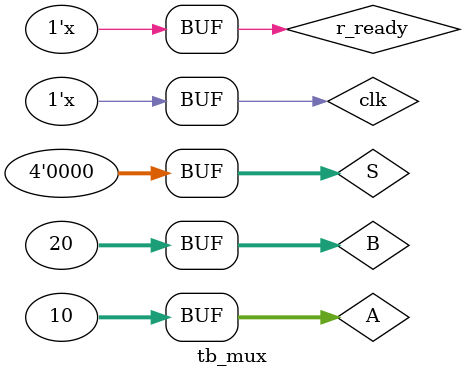
<source format=v>
`timescale 1ns / 1ps


module tb_mux;
    reg [31:0] A;
    reg [31:0] B;
    reg [3:0] S;
    reg clk;
    reg r_ready;
    wire [31:0] ans;
    wire w_ready;
 mux_operation uut (
    .A(A),
    .B(B),
    .S(S),
    .r_ready(r_ready),
    .clk(clk),
    .ans(ans),
    .w_ready(w_ready)
 );
 initial begin
    A = 10;
    B = 20;
    S = 0;
    clk = 0;
    r_ready = 0;
    #100
    S = 1;
    #100
    S = 2;
    #100
    S = 3;
    #100
    S = 0;
 end
 always#10 clk=~clk;
 always#50 r_ready=~r_ready;
endmodule

</source>
